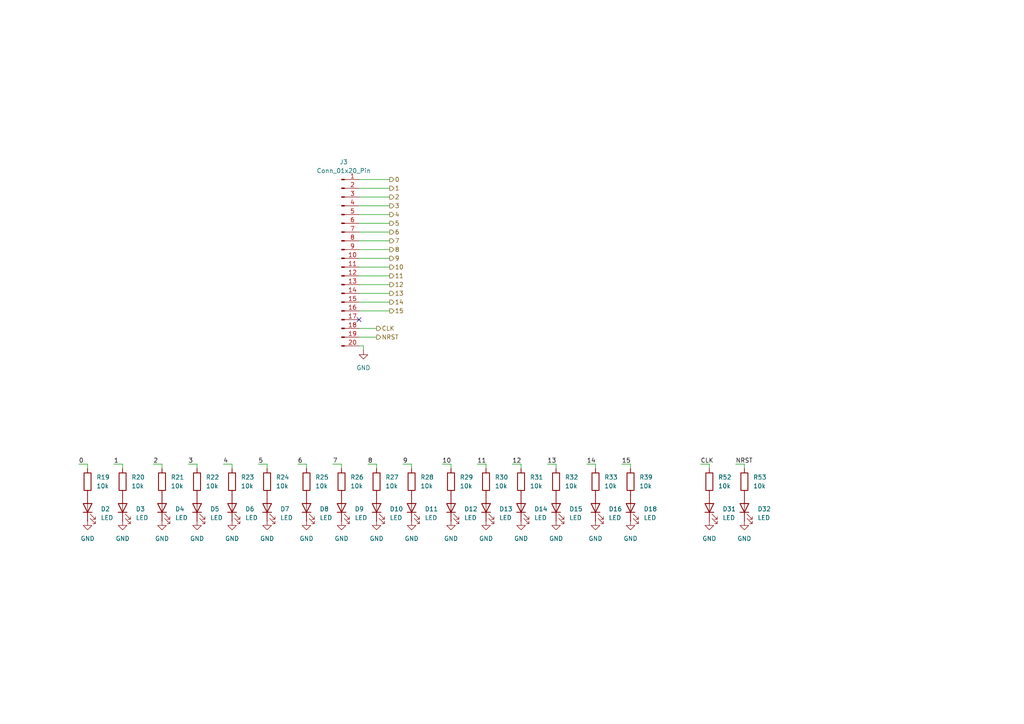
<source format=kicad_sch>
(kicad_sch (version 20250114) (generator "eeschema") (generator_version "9.0")
  (paper "A4")
  (lib_symbols
    (symbol "Connector:Conn_01x20_Pin" (pin_names (offset 1.016) (hide yes))
      (property "Reference" "J" (at 0 25.4 0))
      (property "Value" "Conn_01x20_Pin" (at 0 -27.94 0))
      (symbol "Conn_01x20_Pin_1_1"
        (rectangle (start 0.8636 22.987) (end 0 22.733) (stroke (width 0.1524)) (fill (type outline)))
        (rectangle (start 0.8636 20.447) (end 0 20.193) (stroke (width 0.1524)) (fill (type outline)))
        (rectangle (start 0.8636 17.907) (end 0 17.653) (stroke (width 0.1524)) (fill (type outline)))
        (rectangle (start 0.8636 15.367) (end 0 15.113) (stroke (width 0.1524)) (fill (type outline)))
        (rectangle (start 0.8636 12.827) (end 0 12.573) (stroke (width 0.1524)) (fill (type outline)))
        (rectangle (start 0.8636 10.287) (end 0 10.033) (stroke (width 0.1524)) (fill (type outline)))
        (rectangle (start 0.8636 7.747) (end 0 7.493) (stroke (width 0.1524)) (fill (type outline)))
        (rectangle (start 0.8636 5.207) (end 0 4.953) (stroke (width 0.1524)) (fill (type outline)))
        (rectangle (start 0.8636 2.667) (end 0 2.413) (stroke (width 0.1524)) (fill (type outline)))
        (rectangle (start 0.8636 0.127) (end 0 -0.127) (stroke (width 0.1524)) (fill (type outline)))
        (rectangle (start 0.8636 -2.413) (end 0 -2.667) (stroke (width 0.1524)) (fill (type outline)))
        (rectangle (start 0.8636 -4.953) (end 0 -5.207) (stroke (width 0.1524)) (fill (type outline)))
        (rectangle (start 0.8636 -7.493) (end 0 -7.747) (stroke (width 0.1524)) (fill (type outline)))
        (rectangle (start 0.8636 -10.033) (end 0 -10.287) (stroke (width 0.1524)) (fill (type outline)))
        (rectangle (start 0.8636 -12.573) (end 0 -12.827) (stroke (width 0.1524)) (fill (type outline)))
        (rectangle (start 0.8636 -15.113) (end 0 -15.367) (stroke (width 0.1524)) (fill (type outline)))
        (rectangle (start 0.8636 -17.653) (end 0 -17.907) (stroke (width 0.1524)) (fill (type outline)))
        (rectangle (start 0.8636 -20.193) (end 0 -20.447) (stroke (width 0.1524)) (fill (type outline)))
        (rectangle (start 0.8636 -22.733) (end 0 -22.987) (stroke (width 0.1524)) (fill (type outline)))
        (rectangle (start 0.8636 -25.273) (end 0 -25.527) (stroke (width 0.1524)) (fill (type outline)))
        (polyline (pts (xy 1.27 22.86) (xy 0.8636 22.86)) (stroke (width 0.1524)))
        (polyline (pts (xy 1.27 20.32) (xy 0.8636 20.32)) (stroke (width 0.1524)))
        (polyline (pts (xy 1.27 17.78) (xy 0.8636 17.78)) (stroke (width 0.1524)))
        (polyline (pts (xy 1.27 15.24) (xy 0.8636 15.24)) (stroke (width 0.1524)))
        (polyline (pts (xy 1.27 12.7) (xy 0.8636 12.7)) (stroke (width 0.1524)))
        (polyline (pts (xy 1.27 10.16) (xy 0.8636 10.16)) (stroke (width 0.1524)))
        (polyline (pts (xy 1.27 7.62) (xy 0.8636 7.62)) (stroke (width 0.1524)))
        (polyline (pts (xy 1.27 5.08) (xy 0.8636 5.08)) (stroke (width 0.1524)))
        (polyline (pts (xy 1.27 2.54) (xy 0.8636 2.54)) (stroke (width 0.1524)))
        (polyline (pts (xy 1.27 0) (xy 0.8636 0)) (stroke (width 0.1524)))
        (polyline (pts (xy 1.27 -2.54) (xy 0.8636 -2.54)) (stroke (width 0.1524)))
        (polyline (pts (xy 1.27 -5.08) (xy 0.8636 -5.08)) (stroke (width 0.1524)))
        (polyline (pts (xy 1.27 -7.62) (xy 0.8636 -7.62)) (stroke (width 0.1524)))
        (polyline (pts (xy 1.27 -10.16) (xy 0.8636 -10.16)) (stroke (width 0.1524)))
        (polyline (pts (xy 1.27 -12.7) (xy 0.8636 -12.7)) (stroke (width 0.1524)))
        (polyline (pts (xy 1.27 -15.24) (xy 0.8636 -15.24)) (stroke (width 0.1524)))
        (polyline (pts (xy 1.27 -17.78) (xy 0.8636 -17.78)) (stroke (width 0.1524)))
        (polyline (pts (xy 1.27 -20.32) (xy 0.8636 -20.32)) (stroke (width 0.1524)))
        (polyline (pts (xy 1.27 -22.86) (xy 0.8636 -22.86)) (stroke (width 0.1524)))
        (polyline (pts (xy 1.27 -25.4) (xy 0.8636 -25.4)) (stroke (width 0.1524)))
        (pin passive line (at 5.08 22.86 180) (length 3.81) (name "Pin_1") (number "1"))
        (pin passive line (at 5.08 20.32 180) (length 3.81) (name "Pin_2") (number "2"))
        (pin passive line (at 5.08 17.78 180) (length 3.81) (name "Pin_3") (number "3"))
        (pin passive line (at 5.08 15.24 180) (length 3.81) (name "Pin_4") (number "4"))
        (pin passive line (at 5.08 12.7 180) (length 3.81) (name "Pin_5") (number "5"))
        (pin passive line (at 5.08 10.16 180) (length 3.81) (name "Pin_6") (number "6"))
        (pin passive line (at 5.08 7.62 180) (length 3.81) (name "Pin_7") (number "7"))
        (pin passive line (at 5.08 5.08 180) (length 3.81) (name "Pin_8") (number "8"))
        (pin passive line (at 5.08 2.54 180) (length 3.81) (name "Pin_9") (number "9"))
        (pin passive line (at 5.08 0 180) (length 3.81) (name "Pin_10") (number "10"))
        (pin passive line (at 5.08 -2.54 180) (length 3.81) (name "Pin_11") (number "11"))
        (pin passive line (at 5.08 -5.08 180) (length 3.81) (name "Pin_12") (number "12"))
        (pin passive line (at 5.08 -7.62 180) (length 3.81) (name "Pin_13") (number "13"))
        (pin passive line (at 5.08 -10.16 180) (length 3.81) (name "Pin_14") (number "14"))
        (pin passive line (at 5.08 -12.7 180) (length 3.81) (name "Pin_15") (number "15"))
        (pin passive line (at 5.08 -15.24 180) (length 3.81) (name "Pin_16") (number "16"))
        (pin passive line (at 5.08 -17.78 180) (length 3.81) (name "Pin_17") (number "17"))
        (pin passive line (at 5.08 -20.32 180) (length 3.81) (name "Pin_18") (number "18"))
        (pin passive line (at 5.08 -22.86 180) (length 3.81) (name "Pin_19") (number "19"))
        (pin passive line (at 5.08 -25.4 180) (length 3.81) (name "Pin_20") (number "20"))
      )
    )
    (symbol "power:GND" (power) (pin_numbers (hide yes)) (pin_names (offset 0) (hide yes))
      (property "Value" "GND" (at 0 -3.81 0))
      (symbol "GND_0_1"
        (polyline (pts (xy 0 0) (xy 0 -1.27) (xy 1.27 -1.27) (xy 0 -2.54) (xy -1.27 -1.27) (xy 0 -1.27)))
      )
      (symbol "GND_1_1"
        (pin power_in line (at 0 0 270) (length 0) (name "~") (number "1"))
      )
    )
    (symbol "rflib:LED" (pin_numbers (hide yes)) (pin_names (offset 1.016) (hide yes))
      (property "Reference" "D2" (at 0 2.54 90))
      (property "Value" "LED" (at -2.54 5.08 0))
      (symbol "LED_0_1"
        (polyline (pts (xy -3.048 -0.762) (xy -4.572 -2.286) (xy -3.81 -2.286) (xy -4.572 -2.286) (xy -4.572 -1.524)))
        (polyline (pts (xy -1.778 -0.762) (xy -3.302 -2.286) (xy -2.54 -2.286) (xy -3.302 -2.286) (xy -3.302 -1.524)))
        (polyline (pts (xy -1.27 0) (xy 1.27 0)))
        (polyline (pts (xy -1.27 -1.27) (xy -1.27 1.27)) (stroke (width 0.254)))
        (polyline (pts (xy 1.27 -1.27) (xy 1.27 1.27) (xy -1.27 0) (xy 1.27 -1.27)) (stroke (width 0.254)))
      )
      (symbol "LED_1_1"
        (pin passive line (at -3.81 0 0) (length 2.54) (name "K") (number "1"))
        (pin passive line (at 3.81 0 180) (length 2.54) (name "A") (number "2"))
      )
    )
    (symbol "rflib:R" (pin_numbers (hide yes)) (pin_names (offset 0))
      (property "Reference" "R" (at 2.032 0 90))
      (property "Value" "R" (at 0 0 90))
      (symbol "R_0_1"
        (rectangle (start -1.016 -2.54) (end 1.016 2.54) (stroke (width 0.254)))
      )
      (symbol "R_1_1"
        (pin passive line (at 0 3.81 270) (length 1.27) (name "~") (number "1"))
        (pin passive line (at 0 -3.81 90) (length 1.27) (name "~") (number "2"))
      )
    )
  )
  (no_connect (at 104.14 92.71))
  (wire (pts (xy 104.14 52.07) (xy 113.03 52.07)))
  (wire (pts (xy 104.14 74.93) (xy 113.03 74.93)))
  (wire (pts (xy 104.14 80.01) (xy 113.03 80.01)))
  (wire (pts (xy 104.14 72.39) (xy 113.03 72.39)))
  (wire (pts (xy 74.93 134.62) (xy 77.47 134.62)))
  (wire (pts (xy 104.14 95.25) (xy 109.22 95.25)))
  (wire (pts (xy 99.06 134.62) (xy 99.06 135.89)))
  (wire (pts (xy 46.99 134.62) (xy 46.99 135.89)))
  (wire (pts (xy 170.18 134.62) (xy 172.72 134.62)))
  (wire (pts (xy 25.4 134.62) (xy 25.4 135.89)))
  (wire (pts (xy 104.14 87.63) (xy 113.03 87.63)))
  (wire (pts (xy 109.22 134.62) (xy 109.22 135.89)))
  (wire (pts (xy 22.86 134.62) (xy 25.4 134.62)))
  (wire (pts (xy 182.88 134.62) (xy 182.88 135.89)))
  (wire (pts (xy 203.2 134.62) (xy 205.74 134.62)))
  (wire (pts (xy 104.14 59.69) (xy 113.03 59.69)))
  (wire (pts (xy 172.72 134.62) (xy 172.72 135.89)))
  (wire (pts (xy 104.14 77.47) (xy 113.03 77.47)))
  (wire (pts (xy 64.77 134.62) (xy 67.31 134.62)))
  (wire (pts (xy 205.74 134.62) (xy 205.74 135.89)))
  (wire (pts (xy 104.14 62.23) (xy 113.03 62.23)))
  (wire (pts (xy 215.9 134.62) (xy 215.9 135.89)))
  (wire (pts (xy 140.97 134.62) (xy 140.97 135.89)))
  (wire (pts (xy 180.34 134.62) (xy 182.88 134.62)))
  (wire (pts (xy 104.14 67.31) (xy 113.03 67.31)))
  (wire (pts (xy 158.75 134.62) (xy 161.29 134.62)))
  (wire (pts (xy 161.29 134.62) (xy 161.29 135.89)))
  (wire (pts (xy 86.36 134.62) (xy 88.9 134.62)))
  (wire (pts (xy 54.61 134.62) (xy 57.15 134.62)))
  (wire (pts (xy 33.02 134.62) (xy 35.56 134.62)))
  (wire (pts (xy 148.59 134.62) (xy 151.13 134.62)))
  (wire (pts (xy 67.31 134.62) (xy 67.31 135.89)))
  (wire (pts (xy 106.68 134.62) (xy 109.22 134.62)))
  (wire (pts (xy 104.14 97.79) (xy 109.22 97.79)))
  (wire (pts (xy 104.14 69.85) (xy 113.03 69.85)))
  (wire (pts (xy 104.14 54.61) (xy 113.03 54.61)))
  (wire (pts (xy 104.14 57.15) (xy 113.03 57.15)))
  (wire (pts (xy 116.84 134.62) (xy 119.38 134.62)))
  (wire (pts (xy 104.14 82.55) (xy 113.03 82.55)))
  (wire (pts (xy 213.36 134.62) (xy 215.9 134.62)))
  (wire (pts (xy 104.14 85.09) (xy 113.03 85.09)))
  (wire (pts (xy 151.13 134.62) (xy 151.13 135.89)))
  (wire (pts (xy 104.14 90.17) (xy 113.03 90.17)))
  (wire (pts (xy 104.14 64.77) (xy 113.03 64.77)))
  (wire (pts (xy 119.38 134.62) (xy 119.38 135.89)))
  (wire (pts (xy 57.15 134.62) (xy 57.15 135.89)))
  (wire (pts (xy 104.14 100.33) (xy 105.41 100.33)))
  (wire (pts (xy 88.9 134.62) (xy 88.9 135.89)))
  (wire (pts (xy 105.41 100.33) (xy 105.41 101.6)))
  (wire (pts (xy 130.81 134.62) (xy 130.81 135.89)))
  (wire (pts (xy 35.56 134.62) (xy 35.56 135.89)))
  (wire (pts (xy 44.45 134.62) (xy 46.99 134.62)))
  (wire (pts (xy 128.27 134.62) (xy 130.81 134.62)))
  (wire (pts (xy 138.43 134.62) (xy 140.97 134.62)))
  (wire (pts (xy 96.52 134.62) (xy 99.06 134.62)))
  (wire (pts (xy 77.47 134.62) (xy 77.47 135.89)))
  (label "8" (at 106.68 134.62 0))
  (label "NRST" (at 213.36 134.62 0))
  (label "13" (at 158.75 134.62 0))
  (label "6" (at 86.36 134.62 0))
  (label "5" (at 74.93 134.62 0))
  (label "10" (at 128.27 134.62 0))
  (label "4" (at 64.77 134.62 0))
  (label "12" (at 148.59 134.62 0))
  (label "14" (at 170.18 134.62 0))
  (label "2" (at 44.45 134.62 0))
  (label "CLK" (at 203.2 134.62 0))
  (label "0" (at 22.86 134.62 0))
  (label "7" (at 96.52 134.62 0))
  (label "1" (at 33.02 134.62 0))
  (label "15" (at 180.34 134.62 0))
  (label "11" (at 138.43 134.62 0))
  (label "9" (at 116.84 134.62 0))
  (label "3" (at 54.61 134.62 0))
  (hierarchical_label "8" (shape output) (at 113.03 72.39 0))
  (hierarchical_label "15" (shape output) (at 113.03 90.17 0))
  (hierarchical_label "7" (shape output) (at 113.03 69.85 0))
  (hierarchical_label "NRST" (shape output) (at 109.22 97.79 0))
  (hierarchical_label "12" (shape output) (at 113.03 82.55 0))
  (hierarchical_label "13" (shape output) (at 113.03 85.09 0))
  (hierarchical_label "2" (shape output) (at 113.03 57.15 0))
  (hierarchical_label "CLK" (shape output) (at 109.22 95.25 0))
  (hierarchical_label "3" (shape output) (at 113.03 59.69 0))
  (hierarchical_label "1" (shape output) (at 113.03 54.61 0))
  (hierarchical_label "0" (shape output) (at 113.03 52.07 0))
  (hierarchical_label "5" (shape output) (at 113.03 64.77 0))
  (hierarchical_label "10" (shape output) (at 113.03 77.47 0))
  (hierarchical_label "14" (shape output) (at 113.03 87.63 0))
  (hierarchical_label "9" (shape output) (at 113.03 74.93 0))
  (hierarchical_label "4" (shape output) (at 113.03 62.23 0))
  (hierarchical_label "6" (shape output) (at 113.03 67.31 0))
  (hierarchical_label "11" (shape output) (at 113.03 80.01 0))
  (symbol (lib_id "rflib:LED") (at 46.99 147.32 90) (unit 1)
    (property "Reference" "D4" (at 50.8 147.6374 90) (effects (justify right)))
    (property "Value" "LED" (at 50.8 150.1774 90) (effects (justify right)))
    (property "Footprint" "LED_SMD:LED_0603_1608Metric" (effects (hide yes)))
    (property "Description" "Light emitting diode" (effects (hide yes)))
    (property "LCSC" "C2286" (effects (hide yes)))
  )
  (symbol (lib_id "rflib:R") (at 182.88 139.7 0) (unit 1)
    (property "Reference" "R39" (at 185.42 138.4299 0) (effects (justify left)))
    (property "Value" "10k" (at 185.42 140.9699 0) (effects (justify left)))
    (property "Footprint" "Resistor_SMD:R_0402_1005Metric" (effects (hide yes)))
    (property "Description" "Resistor" (effects (hide yes)))
  )
  (symbol (lib_id "rflib:LED") (at 215.9 147.32 90) (unit 1)
    (property "Reference" "D32" (at 219.71 147.6374 90) (effects (justify right)))
    (property "Value" "LED" (at 219.71 150.1774 90) (effects (justify right)))
    (property "Footprint" "LED_SMD:LED_0603_1608Metric" (effects (hide yes)))
    (property "Description" "Light emitting diode" (effects (hide yes)))
    (property "LCSC" "C2286" (effects (hide yes)))
  )
  (symbol (lib_id "rflib:R") (at 151.13 139.7 0) (unit 1)
    (property "Reference" "R31" (at 153.67 138.4299 0) (effects (justify left)))
    (property "Value" "10k" (at 153.67 140.9699 0) (effects (justify left)))
    (property "Footprint" "Resistor_SMD:R_0402_1005Metric" (effects (hide yes)))
    (property "Description" "Resistor" (effects (hide yes)))
  )
  (symbol (lib_id "rflib:R") (at 99.06 139.7 0) (unit 1)
    (property "Reference" "R26" (at 101.6 138.4299 0) (effects (justify left)))
    (property "Value" "10k" (at 101.6 140.9699 0) (effects (justify left)))
    (property "Footprint" "Resistor_SMD:R_0402_1005Metric" (effects (hide yes)))
    (property "Description" "Resistor" (effects (hide yes)))
  )
  (symbol (lib_id "rflib:LED") (at 161.29 147.32 90) (unit 1)
    (property "Reference" "D15" (at 165.1 147.6374 90) (effects (justify right)))
    (property "Value" "LED" (at 165.1 150.1774 90) (effects (justify right)))
    (property "Footprint" "LED_SMD:LED_0603_1608Metric" (effects (hide yes)))
    (property "Description" "Light emitting diode" (effects (hide yes)))
    (property "LCSC" "C2286" (effects (hide yes)))
  )
  (symbol (lib_id "power:GND") (at 119.38 151.13 0) (unit 1)
    (property "Reference" "#PWR034" (effects (hide yes)))
    (property "Value" "GND" (at 119.38 156.21 0))
    (property "Description" "Power symbol creates a global label with name \"GND\" , ground" (effects (hide yes)))
  )
  (symbol (lib_id "rflib:R") (at 77.47 139.7 0) (unit 1)
    (property "Reference" "R24" (at 80.01 138.4299 0) (effects (justify left)))
    (property "Value" "10k" (at 80.01 140.9699 0) (effects (justify left)))
    (property "Footprint" "Resistor_SMD:R_0402_1005Metric" (effects (hide yes)))
    (property "Description" "Resistor" (effects (hide yes)))
  )
  (symbol (lib_id "rflib:R") (at 25.4 139.7 0) (unit 1)
    (property "Reference" "R19" (at 27.94 138.4299 0) (effects (justify left)))
    (property "Value" "10k" (at 27.94 140.9699 0) (effects (justify left)))
    (property "Footprint" "Resistor_SMD:R_0402_1005Metric" (effects (hide yes)))
    (property "Description" "Resistor" (effects (hide yes)))
  )
  (symbol (lib_id "rflib:R") (at 215.9 139.7 0) (unit 1)
    (property "Reference" "R53" (at 218.44 138.4299 0) (effects (justify left)))
    (property "Value" "10k" (at 218.44 140.9699 0) (effects (justify left)))
    (property "Footprint" "Resistor_SMD:R_0402_1005Metric" (effects (hide yes)))
    (property "Description" "Resistor" (effects (hide yes)))
  )
  (symbol (lib_id "rflib:LED") (at 205.74 147.32 90) (unit 1)
    (property "Reference" "D31" (at 209.55 147.6374 90) (effects (justify right)))
    (property "Value" "LED" (at 209.55 150.1774 90) (effects (justify right)))
    (property "Footprint" "LED_SMD:LED_0603_1608Metric" (effects (hide yes)))
    (property "Description" "Light emitting diode" (effects (hide yes)))
    (property "LCSC" "C2286" (effects (hide yes)))
  )
  (symbol (lib_id "rflib:R") (at 130.81 139.7 0) (unit 1)
    (property "Reference" "R29" (at 133.35 138.4299 0) (effects (justify left)))
    (property "Value" "10k" (at 133.35 140.9699 0) (effects (justify left)))
    (property "Footprint" "Resistor_SMD:R_0402_1005Metric" (effects (hide yes)))
    (property "Description" "Resistor" (effects (hide yes)))
  )
  (symbol (lib_id "rflib:R") (at 161.29 139.7 0) (unit 1)
    (property "Reference" "R32" (at 163.83 138.4299 0) (effects (justify left)))
    (property "Value" "10k" (at 163.83 140.9699 0) (effects (justify left)))
    (property "Footprint" "Resistor_SMD:R_0402_1005Metric" (effects (hide yes)))
    (property "Description" "Resistor" (effects (hide yes)))
  )
  (symbol (lib_id "rflib:R") (at 119.38 139.7 0) (unit 1)
    (property "Reference" "R28" (at 121.92 138.4299 0) (effects (justify left)))
    (property "Value" "10k" (at 121.92 140.9699 0) (effects (justify left)))
    (property "Footprint" "Resistor_SMD:R_0402_1005Metric" (effects (hide yes)))
    (property "Description" "Resistor" (effects (hide yes)))
  )
  (symbol (lib_id "rflib:R") (at 205.74 139.7 0) (unit 1)
    (property "Reference" "R52" (at 208.28 138.4299 0) (effects (justify left)))
    (property "Value" "10k" (at 208.28 140.9699 0) (effects (justify left)))
    (property "Footprint" "Resistor_SMD:R_0402_1005Metric" (effects (hide yes)))
    (property "Description" "Resistor" (effects (hide yes)))
  )
  (symbol (lib_id "power:GND") (at 57.15 151.13 0) (unit 1)
    (property "Reference" "#PWR028" (effects (hide yes)))
    (property "Value" "GND" (at 57.15 156.21 0))
    (property "Description" "Power symbol creates a global label with name \"GND\" , ground" (effects (hide yes)))
  )
  (symbol (lib_id "rflib:LED") (at 119.38 147.32 90) (unit 1)
    (property "Reference" "D11" (at 123.19 147.6374 90) (effects (justify right)))
    (property "Value" "LED" (at 123.19 150.1774 90) (effects (justify right)))
    (property "Footprint" "LED_SMD:LED_0603_1608Metric" (effects (hide yes)))
    (property "Description" "Light emitting diode" (effects (hide yes)))
    (property "LCSC" "C2286" (effects (hide yes)))
  )
  (symbol (lib_id "rflib:R") (at 67.31 139.7 0) (unit 1)
    (property "Reference" "R23" (at 69.85 138.4299 0) (effects (justify left)))
    (property "Value" "10k" (at 69.85 140.9699 0) (effects (justify left)))
    (property "Footprint" "Resistor_SMD:R_0402_1005Metric" (effects (hide yes)))
    (property "Description" "Resistor" (effects (hide yes)))
  )
  (symbol (lib_id "rflib:R") (at 140.97 139.7 0) (unit 1)
    (property "Reference" "R30" (at 143.51 138.4299 0) (effects (justify left)))
    (property "Value" "10k" (at 143.51 140.9699 0) (effects (justify left)))
    (property "Footprint" "Resistor_SMD:R_0402_1005Metric" (effects (hide yes)))
    (property "Description" "Resistor" (effects (hide yes)))
  )
  (symbol (lib_id "power:GND") (at 161.29 151.13 0) (unit 1)
    (property "Reference" "#PWR038" (effects (hide yes)))
    (property "Value" "GND" (at 161.29 156.21 0))
    (property "Description" "Power symbol creates a global label with name \"GND\" , ground" (effects (hide yes)))
  )
  (symbol (lib_id "power:GND") (at 172.72 151.13 0) (unit 1)
    (property "Reference" "#PWR039" (effects (hide yes)))
    (property "Value" "GND" (at 172.72 156.21 0))
    (property "Description" "Power symbol creates a global label with name \"GND\" , ground" (effects (hide yes)))
  )
  (symbol (lib_id "power:GND") (at 109.22 151.13 0) (unit 1)
    (property "Reference" "#PWR033" (effects (hide yes)))
    (property "Value" "GND" (at 109.22 156.21 0))
    (property "Description" "Power symbol creates a global label with name \"GND\" , ground" (effects (hide yes)))
  )
  (symbol (lib_id "rflib:LED") (at 67.31 147.32 90) (unit 1)
    (property "Reference" "D6" (at 71.12 147.6374 90) (effects (justify right)))
    (property "Value" "LED" (at 71.12 150.1774 90) (effects (justify right)))
    (property "Footprint" "LED_SMD:LED_0603_1608Metric" (effects (hide yes)))
    (property "Description" "Light emitting diode" (effects (hide yes)))
    (property "LCSC" "C2286" (effects (hide yes)))
  )
  (symbol (lib_id "power:GND") (at 67.31 151.13 0) (unit 1)
    (property "Reference" "#PWR029" (effects (hide yes)))
    (property "Value" "GND" (at 67.31 156.21 0))
    (property "Description" "Power symbol creates a global label with name \"GND\" , ground" (effects (hide yes)))
  )
  (symbol (lib_id "power:GND") (at 130.81 151.13 0) (unit 1)
    (property "Reference" "#PWR035" (effects (hide yes)))
    (property "Value" "GND" (at 130.81 156.21 0))
    (property "Description" "Power symbol creates a global label with name \"GND\" , ground" (effects (hide yes)))
  )
  (symbol (lib_id "rflib:LED") (at 140.97 147.32 90) (unit 1)
    (property "Reference" "D13" (at 144.78 147.6374 90) (effects (justify right)))
    (property "Value" "LED" (at 144.78 150.1774 90) (effects (justify right)))
    (property "Footprint" "LED_SMD:LED_0603_1608Metric" (effects (hide yes)))
    (property "Description" "Light emitting diode" (effects (hide yes)))
    (property "LCSC" "C2286" (effects (hide yes)))
  )
  (symbol (lib_id "rflib:LED") (at 77.47 147.32 90) (unit 1)
    (property "Reference" "D7" (at 81.28 147.6374 90) (effects (justify right)))
    (property "Value" "LED" (at 81.28 150.1774 90) (effects (justify right)))
    (property "Footprint" "LED_SMD:LED_0603_1608Metric" (effects (hide yes)))
    (property "Description" "Light emitting diode" (effects (hide yes)))
    (property "LCSC" "C2286" (effects (hide yes)))
  )
  (symbol (lib_id "power:GND") (at 77.47 151.13 0) (unit 1)
    (property "Reference" "#PWR030" (effects (hide yes)))
    (property "Value" "GND" (at 77.47 156.21 0))
    (property "Description" "Power symbol creates a global label with name \"GND\" , ground" (effects (hide yes)))
  )
  (symbol (lib_id "rflib:R") (at 46.99 139.7 0) (unit 1)
    (property "Reference" "R21" (at 49.53 138.4299 0) (effects (justify left)))
    (property "Value" "10k" (at 49.53 140.9699 0) (effects (justify left)))
    (property "Footprint" "Resistor_SMD:R_0402_1005Metric" (effects (hide yes)))
    (property "Description" "Resistor" (effects (hide yes)))
  )
  (symbol (lib_id "rflib:LED") (at 130.81 147.32 90) (unit 1)
    (property "Reference" "D12" (at 134.62 147.6374 90) (effects (justify right)))
    (property "Value" "LED" (at 134.62 150.1774 90) (effects (justify right)))
    (property "Footprint" "LED_SMD:LED_0603_1608Metric" (effects (hide yes)))
    (property "Description" "Light emitting diode" (effects (hide yes)))
    (property "LCSC" "C2286" (effects (hide yes)))
  )
  (symbol (lib_id "rflib:LED") (at 35.56 147.32 90) (unit 1)
    (property "Reference" "D3" (at 39.37 147.6374 90) (effects (justify right)))
    (property "Value" "LED" (at 39.37 150.1774 90) (effects (justify right)))
    (property "Footprint" "LED_SMD:LED_0603_1608Metric" (effects (hide yes)))
    (property "Description" "Light emitting diode" (effects (hide yes)))
    (property "LCSC" "C2286" (effects (hide yes)))
  )
  (symbol (lib_id "power:GND") (at 35.56 151.13 0) (unit 1)
    (property "Reference" "#PWR026" (effects (hide yes)))
    (property "Value" "GND" (at 35.56 156.21 0))
    (property "Description" "Power symbol creates a global label with name \"GND\" , ground" (effects (hide yes)))
  )
  (symbol (lib_id "power:GND") (at 205.74 151.13 0) (unit 1)
    (property "Reference" "#PWR041" (effects (hide yes)))
    (property "Value" "GND" (at 205.74 156.21 0))
    (property "Description" "Power symbol creates a global label with name \"GND\" , ground" (effects (hide yes)))
  )
  (symbol (lib_id "rflib:R") (at 172.72 139.7 0) (unit 1)
    (property "Reference" "R33" (at 175.26 138.4299 0) (effects (justify left)))
    (property "Value" "10k" (at 175.26 140.9699 0) (effects (justify left)))
    (property "Footprint" "Resistor_SMD:R_0402_1005Metric" (effects (hide yes)))
    (property "Description" "Resistor" (effects (hide yes)))
  )
  (symbol (lib_id "power:GND") (at 151.13 151.13 0) (unit 1)
    (property "Reference" "#PWR037" (effects (hide yes)))
    (property "Value" "GND" (at 151.13 156.21 0))
    (property "Description" "Power symbol creates a global label with name \"GND\" , ground" (effects (hide yes)))
  )
  (symbol (lib_id "rflib:R") (at 109.22 139.7 0) (unit 1)
    (property "Reference" "R27" (at 111.76 138.4299 0) (effects (justify left)))
    (property "Value" "10k" (at 111.76 140.9699 0) (effects (justify left)))
    (property "Footprint" "Resistor_SMD:R_0402_1005Metric" (effects (hide yes)))
    (property "Description" "Resistor" (effects (hide yes)))
  )
  (symbol (lib_id "Connector:Conn_01x20_Pin") (at 99.06 74.93 0) (unit 1)
    (property "Reference" "J3" (at 99.695 46.99 0))
    (property "Value" "Conn_01x20_Pin" (at 99.695 49.53 0))
    (property "Footprint" "Connector_PinHeader_2.54mm:PinHeader_1x20_P2.54mm_Horizontal" (effects (hide yes)))
    (property "Description" "Generic connector, single row, 01x20, script generated" (effects (hide yes)))
  )
  (symbol (lib_id "rflib:LED") (at 109.22 147.32 90) (unit 1)
    (property "Reference" "D10" (at 113.03 147.6374 90) (effects (justify right)))
    (property "Value" "LED" (at 113.03 150.1774 90) (effects (justify right)))
    (property "Footprint" "LED_SMD:LED_0603_1608Metric" (effects (hide yes)))
    (property "Description" "Light emitting diode" (effects (hide yes)))
    (property "LCSC" "C2286" (effects (hide yes)))
  )
  (symbol (lib_id "rflib:LED") (at 172.72 147.32 90) (unit 1)
    (property "Reference" "D16" (at 176.53 147.6374 90) (effects (justify right)))
    (property "Value" "LED" (at 176.53 150.1774 90) (effects (justify right)))
    (property "Footprint" "LED_SMD:LED_0603_1608Metric" (effects (hide yes)))
    (property "Description" "Light emitting diode" (effects (hide yes)))
    (property "LCSC" "C2286" (effects (hide yes)))
  )
  (symbol (lib_id "power:GND") (at 25.4 151.13 0) (unit 1)
    (property "Reference" "#PWR025" (effects (hide yes)))
    (property "Value" "GND" (at 25.4 156.21 0))
    (property "Description" "Power symbol creates a global label with name \"GND\" , ground" (effects (hide yes)))
  )
  (symbol (lib_id "rflib:LED") (at 25.4 147.32 90) (unit 1)
    (property "Reference" "D2" (at 29.21 147.6374 90) (effects (justify right)))
    (property "Value" "LED" (at 29.21 150.1774 90) (effects (justify right)))
    (property "Footprint" "LED_SMD:LED_0603_1608Metric" (effects (hide yes)))
    (property "Description" "Light emitting diode" (effects (hide yes)))
    (property "LCSC" "C2286" (effects (hide yes)))
  )
  (symbol (lib_id "rflib:LED") (at 88.9 147.32 90) (unit 1)
    (property "Reference" "D8" (at 92.71 147.6374 90) (effects (justify right)))
    (property "Value" "LED" (at 92.71 150.1774 90) (effects (justify right)))
    (property "Footprint" "LED_SMD:LED_0603_1608Metric" (effects (hide yes)))
    (property "Description" "Light emitting diode" (effects (hide yes)))
    (property "LCSC" "C2286" (effects (hide yes)))
  )
  (symbol (lib_id "power:GND") (at 182.88 151.13 0) (unit 1)
    (property "Reference" "#PWR040" (effects (hide yes)))
    (property "Value" "GND" (at 182.88 156.21 0))
    (property "Description" "Power symbol creates a global label with name \"GND\" , ground" (effects (hide yes)))
  )
  (symbol (lib_id "rflib:LED") (at 182.88 147.32 90) (unit 1)
    (property "Reference" "D18" (at 186.69 147.6374 90) (effects (justify right)))
    (property "Value" "LED" (at 186.69 150.1774 90) (effects (justify right)))
    (property "Footprint" "LED_SMD:LED_0603_1608Metric" (effects (hide yes)))
    (property "Description" "Light emitting diode" (effects (hide yes)))
    (property "LCSC" "C2286" (effects (hide yes)))
  )
  (symbol (lib_id "power:GND") (at 105.41 101.6 0) (unit 1)
    (property "Reference" "#PWR024" (effects (hide yes)))
    (property "Value" "GND" (at 105.41 106.68 0))
    (property "Description" "Power symbol creates a global label with name \"GND\" , ground" (effects (hide yes)))
  )
  (symbol (lib_id "rflib:R") (at 35.56 139.7 0) (unit 1)
    (property "Reference" "R20" (at 38.1 138.4299 0) (effects (justify left)))
    (property "Value" "10k" (at 38.1 140.9699 0) (effects (justify left)))
    (property "Footprint" "Resistor_SMD:R_0402_1005Metric" (effects (hide yes)))
    (property "Description" "Resistor" (effects (hide yes)))
  )
  (symbol (lib_id "rflib:LED") (at 57.15 147.32 90) (unit 1)
    (property "Reference" "D5" (at 60.96 147.6374 90) (effects (justify right)))
    (property "Value" "LED" (at 60.96 150.1774 90) (effects (justify right)))
    (property "Footprint" "LED_SMD:LED_0603_1608Metric" (effects (hide yes)))
    (property "Description" "Light emitting diode" (effects (hide yes)))
    (property "LCSC" "C2286" (effects (hide yes)))
  )
  (symbol (lib_id "rflib:R") (at 57.15 139.7 0) (unit 1)
    (property "Reference" "R22" (at 59.69 138.4299 0) (effects (justify left)))
    (property "Value" "10k" (at 59.69 140.9699 0) (effects (justify left)))
    (property "Footprint" "Resistor_SMD:R_0402_1005Metric" (effects (hide yes)))
    (property "Description" "Resistor" (effects (hide yes)))
  )
  (symbol (lib_id "rflib:LED") (at 99.06 147.32 90) (unit 1)
    (property "Reference" "D9" (at 102.87 147.6374 90) (effects (justify right)))
    (property "Value" "LED" (at 102.87 150.1774 90) (effects (justify right)))
    (property "Footprint" "LED_SMD:LED_0603_1608Metric" (effects (hide yes)))
    (property "Description" "Light emitting diode" (effects (hide yes)))
    (property "LCSC" "C2286" (effects (hide yes)))
  )
  (symbol (lib_id "rflib:LED") (at 151.13 147.32 90) (unit 1)
    (property "Reference" "D14" (at 154.94 147.6374 90) (effects (justify right)))
    (property "Value" "LED" (at 154.94 150.1774 90) (effects (justify right)))
    (property "Footprint" "LED_SMD:LED_0603_1608Metric" (effects (hide yes)))
    (property "Description" "Light emitting diode" (effects (hide yes)))
    (property "LCSC" "C2286" (effects (hide yes)))
  )
  (symbol (lib_id "power:GND") (at 46.99 151.13 0) (unit 1)
    (property "Reference" "#PWR027" (effects (hide yes)))
    (property "Value" "GND" (at 46.99 156.21 0))
    (property "Description" "Power symbol creates a global label with name \"GND\" , ground" (effects (hide yes)))
  )
  (symbol (lib_id "power:GND") (at 99.06 151.13 0) (unit 1)
    (property "Reference" "#PWR032" (effects (hide yes)))
    (property "Value" "GND" (at 99.06 156.21 0))
    (property "Description" "Power symbol creates a global label with name \"GND\" , ground" (effects (hide yes)))
  )
  (symbol (lib_id "power:GND") (at 88.9 151.13 0) (unit 1)
    (property "Reference" "#PWR031" (effects (hide yes)))
    (property "Value" "GND" (at 88.9 156.21 0))
    (property "Description" "Power symbol creates a global label with name \"GND\" , ground" (effects (hide yes)))
  )
  (symbol (lib_id "power:GND") (at 215.9 151.13 0) (unit 1)
    (property "Reference" "#PWR042" (effects (hide yes)))
    (property "Value" "GND" (at 215.9 156.21 0))
    (property "Description" "Power symbol creates a global label with name \"GND\" , ground" (effects (hide yes)))
  )
  (symbol (lib_id "power:GND") (at 140.97 151.13 0) (unit 1)
    (property "Reference" "#PWR036" (effects (hide yes)))
    (property "Value" "GND" (at 140.97 156.21 0))
    (property "Description" "Power symbol creates a global label with name \"GND\" , ground" (effects (hide yes)))
  )
  (symbol (lib_id "rflib:R") (at 88.9 139.7 0) (unit 1)
    (property "Reference" "R25" (at 91.44 138.4299 0) (effects (justify left)))
    (property "Value" "10k" (at 91.44 140.9699 0) (effects (justify left)))
    (property "Footprint" "Resistor_SMD:R_0402_1005Metric" (effects (hide yes)))
    (property "Description" "Resistor" (effects (hide yes)))
  )
)
</source>
